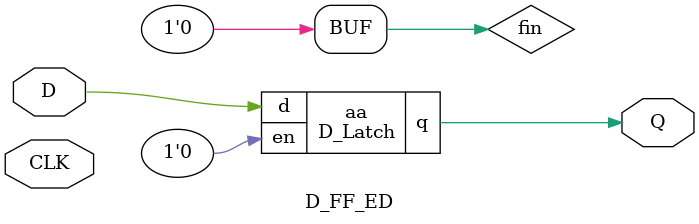
<source format=v>
module D_Latch(input d, input en, output reg q);

    always @(*) begin

        if(en) begin
                q<=d;
        end
    end

endmodule

module D_FF_ED (input D, input CLK, output Q);

    wire p; wire clkn; wire fin;
    not(clkn, CLK);
    and(fin, CLK, clkn);
    D_Latch aa(D, fin, Q);

endmodule
</source>
